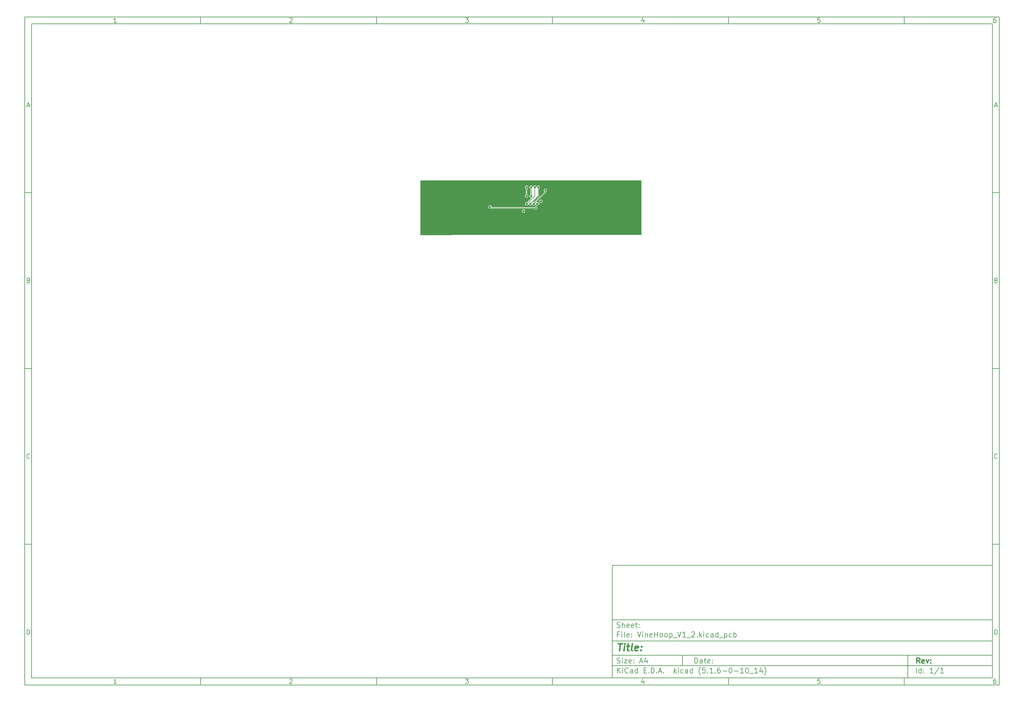
<source format=gbl>
G04 #@! TF.GenerationSoftware,KiCad,Pcbnew,(5.1.6-0-10_14)*
G04 #@! TF.CreationDate,2020-07-22T23:19:55-07:00*
G04 #@! TF.ProjectId,VineHoop_V1_2,56696e65-486f-46f7-905f-56315f322e6b,rev?*
G04 #@! TF.SameCoordinates,Original*
G04 #@! TF.FileFunction,Copper,L2,Bot*
G04 #@! TF.FilePolarity,Positive*
%FSLAX46Y46*%
G04 Gerber Fmt 4.6, Leading zero omitted, Abs format (unit mm)*
G04 Created by KiCad (PCBNEW (5.1.6-0-10_14)) date 2020-07-22 23:19:55*
%MOMM*%
%LPD*%
G01*
G04 APERTURE LIST*
%ADD10C,0.100000*%
%ADD11C,0.150000*%
%ADD12C,0.300000*%
%ADD13C,0.400000*%
G04 #@! TA.AperFunction,ViaPad*
%ADD14C,0.660400*%
G04 #@! TD*
G04 #@! TA.AperFunction,Conductor*
%ADD15C,0.152400*%
G04 #@! TD*
G04 #@! TA.AperFunction,Conductor*
%ADD16C,0.127000*%
G04 #@! TD*
G04 APERTURE END LIST*
D10*
D11*
X177002200Y-166007200D02*
X177002200Y-198007200D01*
X285002200Y-198007200D01*
X285002200Y-166007200D01*
X177002200Y-166007200D01*
D10*
D11*
X10000000Y-10000000D02*
X10000000Y-200007200D01*
X287002200Y-200007200D01*
X287002200Y-10000000D01*
X10000000Y-10000000D01*
D10*
D11*
X12000000Y-12000000D02*
X12000000Y-198007200D01*
X285002200Y-198007200D01*
X285002200Y-12000000D01*
X12000000Y-12000000D01*
D10*
D11*
X60000000Y-12000000D02*
X60000000Y-10000000D01*
D10*
D11*
X110000000Y-12000000D02*
X110000000Y-10000000D01*
D10*
D11*
X160000000Y-12000000D02*
X160000000Y-10000000D01*
D10*
D11*
X210000000Y-12000000D02*
X210000000Y-10000000D01*
D10*
D11*
X260000000Y-12000000D02*
X260000000Y-10000000D01*
D10*
D11*
X36065476Y-11588095D02*
X35322619Y-11588095D01*
X35694047Y-11588095D02*
X35694047Y-10288095D01*
X35570238Y-10473809D01*
X35446428Y-10597619D01*
X35322619Y-10659523D01*
D10*
D11*
X85322619Y-10411904D02*
X85384523Y-10350000D01*
X85508333Y-10288095D01*
X85817857Y-10288095D01*
X85941666Y-10350000D01*
X86003571Y-10411904D01*
X86065476Y-10535714D01*
X86065476Y-10659523D01*
X86003571Y-10845238D01*
X85260714Y-11588095D01*
X86065476Y-11588095D01*
D10*
D11*
X135260714Y-10288095D02*
X136065476Y-10288095D01*
X135632142Y-10783333D01*
X135817857Y-10783333D01*
X135941666Y-10845238D01*
X136003571Y-10907142D01*
X136065476Y-11030952D01*
X136065476Y-11340476D01*
X136003571Y-11464285D01*
X135941666Y-11526190D01*
X135817857Y-11588095D01*
X135446428Y-11588095D01*
X135322619Y-11526190D01*
X135260714Y-11464285D01*
D10*
D11*
X185941666Y-10721428D02*
X185941666Y-11588095D01*
X185632142Y-10226190D02*
X185322619Y-11154761D01*
X186127380Y-11154761D01*
D10*
D11*
X236003571Y-10288095D02*
X235384523Y-10288095D01*
X235322619Y-10907142D01*
X235384523Y-10845238D01*
X235508333Y-10783333D01*
X235817857Y-10783333D01*
X235941666Y-10845238D01*
X236003571Y-10907142D01*
X236065476Y-11030952D01*
X236065476Y-11340476D01*
X236003571Y-11464285D01*
X235941666Y-11526190D01*
X235817857Y-11588095D01*
X235508333Y-11588095D01*
X235384523Y-11526190D01*
X235322619Y-11464285D01*
D10*
D11*
X285941666Y-10288095D02*
X285694047Y-10288095D01*
X285570238Y-10350000D01*
X285508333Y-10411904D01*
X285384523Y-10597619D01*
X285322619Y-10845238D01*
X285322619Y-11340476D01*
X285384523Y-11464285D01*
X285446428Y-11526190D01*
X285570238Y-11588095D01*
X285817857Y-11588095D01*
X285941666Y-11526190D01*
X286003571Y-11464285D01*
X286065476Y-11340476D01*
X286065476Y-11030952D01*
X286003571Y-10907142D01*
X285941666Y-10845238D01*
X285817857Y-10783333D01*
X285570238Y-10783333D01*
X285446428Y-10845238D01*
X285384523Y-10907142D01*
X285322619Y-11030952D01*
D10*
D11*
X60000000Y-198007200D02*
X60000000Y-200007200D01*
D10*
D11*
X110000000Y-198007200D02*
X110000000Y-200007200D01*
D10*
D11*
X160000000Y-198007200D02*
X160000000Y-200007200D01*
D10*
D11*
X210000000Y-198007200D02*
X210000000Y-200007200D01*
D10*
D11*
X260000000Y-198007200D02*
X260000000Y-200007200D01*
D10*
D11*
X36065476Y-199595295D02*
X35322619Y-199595295D01*
X35694047Y-199595295D02*
X35694047Y-198295295D01*
X35570238Y-198481009D01*
X35446428Y-198604819D01*
X35322619Y-198666723D01*
D10*
D11*
X85322619Y-198419104D02*
X85384523Y-198357200D01*
X85508333Y-198295295D01*
X85817857Y-198295295D01*
X85941666Y-198357200D01*
X86003571Y-198419104D01*
X86065476Y-198542914D01*
X86065476Y-198666723D01*
X86003571Y-198852438D01*
X85260714Y-199595295D01*
X86065476Y-199595295D01*
D10*
D11*
X135260714Y-198295295D02*
X136065476Y-198295295D01*
X135632142Y-198790533D01*
X135817857Y-198790533D01*
X135941666Y-198852438D01*
X136003571Y-198914342D01*
X136065476Y-199038152D01*
X136065476Y-199347676D01*
X136003571Y-199471485D01*
X135941666Y-199533390D01*
X135817857Y-199595295D01*
X135446428Y-199595295D01*
X135322619Y-199533390D01*
X135260714Y-199471485D01*
D10*
D11*
X185941666Y-198728628D02*
X185941666Y-199595295D01*
X185632142Y-198233390D02*
X185322619Y-199161961D01*
X186127380Y-199161961D01*
D10*
D11*
X236003571Y-198295295D02*
X235384523Y-198295295D01*
X235322619Y-198914342D01*
X235384523Y-198852438D01*
X235508333Y-198790533D01*
X235817857Y-198790533D01*
X235941666Y-198852438D01*
X236003571Y-198914342D01*
X236065476Y-199038152D01*
X236065476Y-199347676D01*
X236003571Y-199471485D01*
X235941666Y-199533390D01*
X235817857Y-199595295D01*
X235508333Y-199595295D01*
X235384523Y-199533390D01*
X235322619Y-199471485D01*
D10*
D11*
X285941666Y-198295295D02*
X285694047Y-198295295D01*
X285570238Y-198357200D01*
X285508333Y-198419104D01*
X285384523Y-198604819D01*
X285322619Y-198852438D01*
X285322619Y-199347676D01*
X285384523Y-199471485D01*
X285446428Y-199533390D01*
X285570238Y-199595295D01*
X285817857Y-199595295D01*
X285941666Y-199533390D01*
X286003571Y-199471485D01*
X286065476Y-199347676D01*
X286065476Y-199038152D01*
X286003571Y-198914342D01*
X285941666Y-198852438D01*
X285817857Y-198790533D01*
X285570238Y-198790533D01*
X285446428Y-198852438D01*
X285384523Y-198914342D01*
X285322619Y-199038152D01*
D10*
D11*
X10000000Y-60000000D02*
X12000000Y-60000000D01*
D10*
D11*
X10000000Y-110000000D02*
X12000000Y-110000000D01*
D10*
D11*
X10000000Y-160000000D02*
X12000000Y-160000000D01*
D10*
D11*
X10690476Y-35216666D02*
X11309523Y-35216666D01*
X10566666Y-35588095D02*
X11000000Y-34288095D01*
X11433333Y-35588095D01*
D10*
D11*
X11092857Y-84907142D02*
X11278571Y-84969047D01*
X11340476Y-85030952D01*
X11402380Y-85154761D01*
X11402380Y-85340476D01*
X11340476Y-85464285D01*
X11278571Y-85526190D01*
X11154761Y-85588095D01*
X10659523Y-85588095D01*
X10659523Y-84288095D01*
X11092857Y-84288095D01*
X11216666Y-84350000D01*
X11278571Y-84411904D01*
X11340476Y-84535714D01*
X11340476Y-84659523D01*
X11278571Y-84783333D01*
X11216666Y-84845238D01*
X11092857Y-84907142D01*
X10659523Y-84907142D01*
D10*
D11*
X11402380Y-135464285D02*
X11340476Y-135526190D01*
X11154761Y-135588095D01*
X11030952Y-135588095D01*
X10845238Y-135526190D01*
X10721428Y-135402380D01*
X10659523Y-135278571D01*
X10597619Y-135030952D01*
X10597619Y-134845238D01*
X10659523Y-134597619D01*
X10721428Y-134473809D01*
X10845238Y-134350000D01*
X11030952Y-134288095D01*
X11154761Y-134288095D01*
X11340476Y-134350000D01*
X11402380Y-134411904D01*
D10*
D11*
X10659523Y-185588095D02*
X10659523Y-184288095D01*
X10969047Y-184288095D01*
X11154761Y-184350000D01*
X11278571Y-184473809D01*
X11340476Y-184597619D01*
X11402380Y-184845238D01*
X11402380Y-185030952D01*
X11340476Y-185278571D01*
X11278571Y-185402380D01*
X11154761Y-185526190D01*
X10969047Y-185588095D01*
X10659523Y-185588095D01*
D10*
D11*
X287002200Y-60000000D02*
X285002200Y-60000000D01*
D10*
D11*
X287002200Y-110000000D02*
X285002200Y-110000000D01*
D10*
D11*
X287002200Y-160000000D02*
X285002200Y-160000000D01*
D10*
D11*
X285692676Y-35216666D02*
X286311723Y-35216666D01*
X285568866Y-35588095D02*
X286002200Y-34288095D01*
X286435533Y-35588095D01*
D10*
D11*
X286095057Y-84907142D02*
X286280771Y-84969047D01*
X286342676Y-85030952D01*
X286404580Y-85154761D01*
X286404580Y-85340476D01*
X286342676Y-85464285D01*
X286280771Y-85526190D01*
X286156961Y-85588095D01*
X285661723Y-85588095D01*
X285661723Y-84288095D01*
X286095057Y-84288095D01*
X286218866Y-84350000D01*
X286280771Y-84411904D01*
X286342676Y-84535714D01*
X286342676Y-84659523D01*
X286280771Y-84783333D01*
X286218866Y-84845238D01*
X286095057Y-84907142D01*
X285661723Y-84907142D01*
D10*
D11*
X286404580Y-135464285D02*
X286342676Y-135526190D01*
X286156961Y-135588095D01*
X286033152Y-135588095D01*
X285847438Y-135526190D01*
X285723628Y-135402380D01*
X285661723Y-135278571D01*
X285599819Y-135030952D01*
X285599819Y-134845238D01*
X285661723Y-134597619D01*
X285723628Y-134473809D01*
X285847438Y-134350000D01*
X286033152Y-134288095D01*
X286156961Y-134288095D01*
X286342676Y-134350000D01*
X286404580Y-134411904D01*
D10*
D11*
X285661723Y-185588095D02*
X285661723Y-184288095D01*
X285971247Y-184288095D01*
X286156961Y-184350000D01*
X286280771Y-184473809D01*
X286342676Y-184597619D01*
X286404580Y-184845238D01*
X286404580Y-185030952D01*
X286342676Y-185278571D01*
X286280771Y-185402380D01*
X286156961Y-185526190D01*
X285971247Y-185588095D01*
X285661723Y-185588095D01*
D10*
D11*
X200434342Y-193785771D02*
X200434342Y-192285771D01*
X200791485Y-192285771D01*
X201005771Y-192357200D01*
X201148628Y-192500057D01*
X201220057Y-192642914D01*
X201291485Y-192928628D01*
X201291485Y-193142914D01*
X201220057Y-193428628D01*
X201148628Y-193571485D01*
X201005771Y-193714342D01*
X200791485Y-193785771D01*
X200434342Y-193785771D01*
X202577200Y-193785771D02*
X202577200Y-193000057D01*
X202505771Y-192857200D01*
X202362914Y-192785771D01*
X202077200Y-192785771D01*
X201934342Y-192857200D01*
X202577200Y-193714342D02*
X202434342Y-193785771D01*
X202077200Y-193785771D01*
X201934342Y-193714342D01*
X201862914Y-193571485D01*
X201862914Y-193428628D01*
X201934342Y-193285771D01*
X202077200Y-193214342D01*
X202434342Y-193214342D01*
X202577200Y-193142914D01*
X203077200Y-192785771D02*
X203648628Y-192785771D01*
X203291485Y-192285771D02*
X203291485Y-193571485D01*
X203362914Y-193714342D01*
X203505771Y-193785771D01*
X203648628Y-193785771D01*
X204720057Y-193714342D02*
X204577200Y-193785771D01*
X204291485Y-193785771D01*
X204148628Y-193714342D01*
X204077200Y-193571485D01*
X204077200Y-193000057D01*
X204148628Y-192857200D01*
X204291485Y-192785771D01*
X204577200Y-192785771D01*
X204720057Y-192857200D01*
X204791485Y-193000057D01*
X204791485Y-193142914D01*
X204077200Y-193285771D01*
X205434342Y-193642914D02*
X205505771Y-193714342D01*
X205434342Y-193785771D01*
X205362914Y-193714342D01*
X205434342Y-193642914D01*
X205434342Y-193785771D01*
X205434342Y-192857200D02*
X205505771Y-192928628D01*
X205434342Y-193000057D01*
X205362914Y-192928628D01*
X205434342Y-192857200D01*
X205434342Y-193000057D01*
D10*
D11*
X177002200Y-194507200D02*
X285002200Y-194507200D01*
D10*
D11*
X178434342Y-196585771D02*
X178434342Y-195085771D01*
X179291485Y-196585771D02*
X178648628Y-195728628D01*
X179291485Y-195085771D02*
X178434342Y-195942914D01*
X179934342Y-196585771D02*
X179934342Y-195585771D01*
X179934342Y-195085771D02*
X179862914Y-195157200D01*
X179934342Y-195228628D01*
X180005771Y-195157200D01*
X179934342Y-195085771D01*
X179934342Y-195228628D01*
X181505771Y-196442914D02*
X181434342Y-196514342D01*
X181220057Y-196585771D01*
X181077200Y-196585771D01*
X180862914Y-196514342D01*
X180720057Y-196371485D01*
X180648628Y-196228628D01*
X180577200Y-195942914D01*
X180577200Y-195728628D01*
X180648628Y-195442914D01*
X180720057Y-195300057D01*
X180862914Y-195157200D01*
X181077200Y-195085771D01*
X181220057Y-195085771D01*
X181434342Y-195157200D01*
X181505771Y-195228628D01*
X182791485Y-196585771D02*
X182791485Y-195800057D01*
X182720057Y-195657200D01*
X182577200Y-195585771D01*
X182291485Y-195585771D01*
X182148628Y-195657200D01*
X182791485Y-196514342D02*
X182648628Y-196585771D01*
X182291485Y-196585771D01*
X182148628Y-196514342D01*
X182077200Y-196371485D01*
X182077200Y-196228628D01*
X182148628Y-196085771D01*
X182291485Y-196014342D01*
X182648628Y-196014342D01*
X182791485Y-195942914D01*
X184148628Y-196585771D02*
X184148628Y-195085771D01*
X184148628Y-196514342D02*
X184005771Y-196585771D01*
X183720057Y-196585771D01*
X183577200Y-196514342D01*
X183505771Y-196442914D01*
X183434342Y-196300057D01*
X183434342Y-195871485D01*
X183505771Y-195728628D01*
X183577200Y-195657200D01*
X183720057Y-195585771D01*
X184005771Y-195585771D01*
X184148628Y-195657200D01*
X186005771Y-195800057D02*
X186505771Y-195800057D01*
X186720057Y-196585771D02*
X186005771Y-196585771D01*
X186005771Y-195085771D01*
X186720057Y-195085771D01*
X187362914Y-196442914D02*
X187434342Y-196514342D01*
X187362914Y-196585771D01*
X187291485Y-196514342D01*
X187362914Y-196442914D01*
X187362914Y-196585771D01*
X188077200Y-196585771D02*
X188077200Y-195085771D01*
X188434342Y-195085771D01*
X188648628Y-195157200D01*
X188791485Y-195300057D01*
X188862914Y-195442914D01*
X188934342Y-195728628D01*
X188934342Y-195942914D01*
X188862914Y-196228628D01*
X188791485Y-196371485D01*
X188648628Y-196514342D01*
X188434342Y-196585771D01*
X188077200Y-196585771D01*
X189577200Y-196442914D02*
X189648628Y-196514342D01*
X189577200Y-196585771D01*
X189505771Y-196514342D01*
X189577200Y-196442914D01*
X189577200Y-196585771D01*
X190220057Y-196157200D02*
X190934342Y-196157200D01*
X190077200Y-196585771D02*
X190577200Y-195085771D01*
X191077200Y-196585771D01*
X191577200Y-196442914D02*
X191648628Y-196514342D01*
X191577200Y-196585771D01*
X191505771Y-196514342D01*
X191577200Y-196442914D01*
X191577200Y-196585771D01*
X194577200Y-196585771D02*
X194577200Y-195085771D01*
X194720057Y-196014342D02*
X195148628Y-196585771D01*
X195148628Y-195585771D02*
X194577200Y-196157200D01*
X195791485Y-196585771D02*
X195791485Y-195585771D01*
X195791485Y-195085771D02*
X195720057Y-195157200D01*
X195791485Y-195228628D01*
X195862914Y-195157200D01*
X195791485Y-195085771D01*
X195791485Y-195228628D01*
X197148628Y-196514342D02*
X197005771Y-196585771D01*
X196720057Y-196585771D01*
X196577200Y-196514342D01*
X196505771Y-196442914D01*
X196434342Y-196300057D01*
X196434342Y-195871485D01*
X196505771Y-195728628D01*
X196577200Y-195657200D01*
X196720057Y-195585771D01*
X197005771Y-195585771D01*
X197148628Y-195657200D01*
X198434342Y-196585771D02*
X198434342Y-195800057D01*
X198362914Y-195657200D01*
X198220057Y-195585771D01*
X197934342Y-195585771D01*
X197791485Y-195657200D01*
X198434342Y-196514342D02*
X198291485Y-196585771D01*
X197934342Y-196585771D01*
X197791485Y-196514342D01*
X197720057Y-196371485D01*
X197720057Y-196228628D01*
X197791485Y-196085771D01*
X197934342Y-196014342D01*
X198291485Y-196014342D01*
X198434342Y-195942914D01*
X199791485Y-196585771D02*
X199791485Y-195085771D01*
X199791485Y-196514342D02*
X199648628Y-196585771D01*
X199362914Y-196585771D01*
X199220057Y-196514342D01*
X199148628Y-196442914D01*
X199077200Y-196300057D01*
X199077200Y-195871485D01*
X199148628Y-195728628D01*
X199220057Y-195657200D01*
X199362914Y-195585771D01*
X199648628Y-195585771D01*
X199791485Y-195657200D01*
X202077200Y-197157200D02*
X202005771Y-197085771D01*
X201862914Y-196871485D01*
X201791485Y-196728628D01*
X201720057Y-196514342D01*
X201648628Y-196157200D01*
X201648628Y-195871485D01*
X201720057Y-195514342D01*
X201791485Y-195300057D01*
X201862914Y-195157200D01*
X202005771Y-194942914D01*
X202077200Y-194871485D01*
X203362914Y-195085771D02*
X202648628Y-195085771D01*
X202577200Y-195800057D01*
X202648628Y-195728628D01*
X202791485Y-195657200D01*
X203148628Y-195657200D01*
X203291485Y-195728628D01*
X203362914Y-195800057D01*
X203434342Y-195942914D01*
X203434342Y-196300057D01*
X203362914Y-196442914D01*
X203291485Y-196514342D01*
X203148628Y-196585771D01*
X202791485Y-196585771D01*
X202648628Y-196514342D01*
X202577200Y-196442914D01*
X204077200Y-196442914D02*
X204148628Y-196514342D01*
X204077200Y-196585771D01*
X204005771Y-196514342D01*
X204077200Y-196442914D01*
X204077200Y-196585771D01*
X205577200Y-196585771D02*
X204720057Y-196585771D01*
X205148628Y-196585771D02*
X205148628Y-195085771D01*
X205005771Y-195300057D01*
X204862914Y-195442914D01*
X204720057Y-195514342D01*
X206220057Y-196442914D02*
X206291485Y-196514342D01*
X206220057Y-196585771D01*
X206148628Y-196514342D01*
X206220057Y-196442914D01*
X206220057Y-196585771D01*
X207577200Y-195085771D02*
X207291485Y-195085771D01*
X207148628Y-195157200D01*
X207077200Y-195228628D01*
X206934342Y-195442914D01*
X206862914Y-195728628D01*
X206862914Y-196300057D01*
X206934342Y-196442914D01*
X207005771Y-196514342D01*
X207148628Y-196585771D01*
X207434342Y-196585771D01*
X207577200Y-196514342D01*
X207648628Y-196442914D01*
X207720057Y-196300057D01*
X207720057Y-195942914D01*
X207648628Y-195800057D01*
X207577200Y-195728628D01*
X207434342Y-195657200D01*
X207148628Y-195657200D01*
X207005771Y-195728628D01*
X206934342Y-195800057D01*
X206862914Y-195942914D01*
X208362914Y-196014342D02*
X209505771Y-196014342D01*
X210505771Y-195085771D02*
X210648628Y-195085771D01*
X210791485Y-195157200D01*
X210862914Y-195228628D01*
X210934342Y-195371485D01*
X211005771Y-195657200D01*
X211005771Y-196014342D01*
X210934342Y-196300057D01*
X210862914Y-196442914D01*
X210791485Y-196514342D01*
X210648628Y-196585771D01*
X210505771Y-196585771D01*
X210362914Y-196514342D01*
X210291485Y-196442914D01*
X210220057Y-196300057D01*
X210148628Y-196014342D01*
X210148628Y-195657200D01*
X210220057Y-195371485D01*
X210291485Y-195228628D01*
X210362914Y-195157200D01*
X210505771Y-195085771D01*
X211648628Y-196014342D02*
X212791485Y-196014342D01*
X214291485Y-196585771D02*
X213434342Y-196585771D01*
X213862914Y-196585771D02*
X213862914Y-195085771D01*
X213720057Y-195300057D01*
X213577200Y-195442914D01*
X213434342Y-195514342D01*
X215220057Y-195085771D02*
X215362914Y-195085771D01*
X215505771Y-195157200D01*
X215577200Y-195228628D01*
X215648628Y-195371485D01*
X215720057Y-195657200D01*
X215720057Y-196014342D01*
X215648628Y-196300057D01*
X215577200Y-196442914D01*
X215505771Y-196514342D01*
X215362914Y-196585771D01*
X215220057Y-196585771D01*
X215077200Y-196514342D01*
X215005771Y-196442914D01*
X214934342Y-196300057D01*
X214862914Y-196014342D01*
X214862914Y-195657200D01*
X214934342Y-195371485D01*
X215005771Y-195228628D01*
X215077200Y-195157200D01*
X215220057Y-195085771D01*
X216005771Y-196728628D02*
X217148628Y-196728628D01*
X218291485Y-196585771D02*
X217434342Y-196585771D01*
X217862914Y-196585771D02*
X217862914Y-195085771D01*
X217720057Y-195300057D01*
X217577200Y-195442914D01*
X217434342Y-195514342D01*
X219577200Y-195585771D02*
X219577200Y-196585771D01*
X219220057Y-195014342D02*
X218862914Y-196085771D01*
X219791485Y-196085771D01*
X220220057Y-197157200D02*
X220291485Y-197085771D01*
X220434342Y-196871485D01*
X220505771Y-196728628D01*
X220577200Y-196514342D01*
X220648628Y-196157200D01*
X220648628Y-195871485D01*
X220577200Y-195514342D01*
X220505771Y-195300057D01*
X220434342Y-195157200D01*
X220291485Y-194942914D01*
X220220057Y-194871485D01*
D10*
D11*
X177002200Y-191507200D02*
X285002200Y-191507200D01*
D10*
D12*
X264411485Y-193785771D02*
X263911485Y-193071485D01*
X263554342Y-193785771D02*
X263554342Y-192285771D01*
X264125771Y-192285771D01*
X264268628Y-192357200D01*
X264340057Y-192428628D01*
X264411485Y-192571485D01*
X264411485Y-192785771D01*
X264340057Y-192928628D01*
X264268628Y-193000057D01*
X264125771Y-193071485D01*
X263554342Y-193071485D01*
X265625771Y-193714342D02*
X265482914Y-193785771D01*
X265197200Y-193785771D01*
X265054342Y-193714342D01*
X264982914Y-193571485D01*
X264982914Y-193000057D01*
X265054342Y-192857200D01*
X265197200Y-192785771D01*
X265482914Y-192785771D01*
X265625771Y-192857200D01*
X265697200Y-193000057D01*
X265697200Y-193142914D01*
X264982914Y-193285771D01*
X266197200Y-192785771D02*
X266554342Y-193785771D01*
X266911485Y-192785771D01*
X267482914Y-193642914D02*
X267554342Y-193714342D01*
X267482914Y-193785771D01*
X267411485Y-193714342D01*
X267482914Y-193642914D01*
X267482914Y-193785771D01*
X267482914Y-192857200D02*
X267554342Y-192928628D01*
X267482914Y-193000057D01*
X267411485Y-192928628D01*
X267482914Y-192857200D01*
X267482914Y-193000057D01*
D10*
D11*
X178362914Y-193714342D02*
X178577200Y-193785771D01*
X178934342Y-193785771D01*
X179077200Y-193714342D01*
X179148628Y-193642914D01*
X179220057Y-193500057D01*
X179220057Y-193357200D01*
X179148628Y-193214342D01*
X179077200Y-193142914D01*
X178934342Y-193071485D01*
X178648628Y-193000057D01*
X178505771Y-192928628D01*
X178434342Y-192857200D01*
X178362914Y-192714342D01*
X178362914Y-192571485D01*
X178434342Y-192428628D01*
X178505771Y-192357200D01*
X178648628Y-192285771D01*
X179005771Y-192285771D01*
X179220057Y-192357200D01*
X179862914Y-193785771D02*
X179862914Y-192785771D01*
X179862914Y-192285771D02*
X179791485Y-192357200D01*
X179862914Y-192428628D01*
X179934342Y-192357200D01*
X179862914Y-192285771D01*
X179862914Y-192428628D01*
X180434342Y-192785771D02*
X181220057Y-192785771D01*
X180434342Y-193785771D01*
X181220057Y-193785771D01*
X182362914Y-193714342D02*
X182220057Y-193785771D01*
X181934342Y-193785771D01*
X181791485Y-193714342D01*
X181720057Y-193571485D01*
X181720057Y-193000057D01*
X181791485Y-192857200D01*
X181934342Y-192785771D01*
X182220057Y-192785771D01*
X182362914Y-192857200D01*
X182434342Y-193000057D01*
X182434342Y-193142914D01*
X181720057Y-193285771D01*
X183077200Y-193642914D02*
X183148628Y-193714342D01*
X183077200Y-193785771D01*
X183005771Y-193714342D01*
X183077200Y-193642914D01*
X183077200Y-193785771D01*
X183077200Y-192857200D02*
X183148628Y-192928628D01*
X183077200Y-193000057D01*
X183005771Y-192928628D01*
X183077200Y-192857200D01*
X183077200Y-193000057D01*
X184862914Y-193357200D02*
X185577200Y-193357200D01*
X184720057Y-193785771D02*
X185220057Y-192285771D01*
X185720057Y-193785771D01*
X186862914Y-192785771D02*
X186862914Y-193785771D01*
X186505771Y-192214342D02*
X186148628Y-193285771D01*
X187077200Y-193285771D01*
D10*
D11*
X263434342Y-196585771D02*
X263434342Y-195085771D01*
X264791485Y-196585771D02*
X264791485Y-195085771D01*
X264791485Y-196514342D02*
X264648628Y-196585771D01*
X264362914Y-196585771D01*
X264220057Y-196514342D01*
X264148628Y-196442914D01*
X264077200Y-196300057D01*
X264077200Y-195871485D01*
X264148628Y-195728628D01*
X264220057Y-195657200D01*
X264362914Y-195585771D01*
X264648628Y-195585771D01*
X264791485Y-195657200D01*
X265505771Y-196442914D02*
X265577200Y-196514342D01*
X265505771Y-196585771D01*
X265434342Y-196514342D01*
X265505771Y-196442914D01*
X265505771Y-196585771D01*
X265505771Y-195657200D02*
X265577200Y-195728628D01*
X265505771Y-195800057D01*
X265434342Y-195728628D01*
X265505771Y-195657200D01*
X265505771Y-195800057D01*
X268148628Y-196585771D02*
X267291485Y-196585771D01*
X267720057Y-196585771D02*
X267720057Y-195085771D01*
X267577200Y-195300057D01*
X267434342Y-195442914D01*
X267291485Y-195514342D01*
X269862914Y-195014342D02*
X268577200Y-196942914D01*
X271148628Y-196585771D02*
X270291485Y-196585771D01*
X270720057Y-196585771D02*
X270720057Y-195085771D01*
X270577200Y-195300057D01*
X270434342Y-195442914D01*
X270291485Y-195514342D01*
D10*
D11*
X177002200Y-187507200D02*
X285002200Y-187507200D01*
D10*
D13*
X178714580Y-188211961D02*
X179857438Y-188211961D01*
X179036009Y-190211961D02*
X179286009Y-188211961D01*
X180274104Y-190211961D02*
X180440771Y-188878628D01*
X180524104Y-188211961D02*
X180416961Y-188307200D01*
X180500295Y-188402438D01*
X180607438Y-188307200D01*
X180524104Y-188211961D01*
X180500295Y-188402438D01*
X181107438Y-188878628D02*
X181869342Y-188878628D01*
X181476485Y-188211961D02*
X181262200Y-189926247D01*
X181333628Y-190116723D01*
X181512200Y-190211961D01*
X181702676Y-190211961D01*
X182655057Y-190211961D02*
X182476485Y-190116723D01*
X182405057Y-189926247D01*
X182619342Y-188211961D01*
X184190771Y-190116723D02*
X183988390Y-190211961D01*
X183607438Y-190211961D01*
X183428866Y-190116723D01*
X183357438Y-189926247D01*
X183452676Y-189164342D01*
X183571723Y-188973866D01*
X183774104Y-188878628D01*
X184155057Y-188878628D01*
X184333628Y-188973866D01*
X184405057Y-189164342D01*
X184381247Y-189354819D01*
X183405057Y-189545295D01*
X185155057Y-190021485D02*
X185238390Y-190116723D01*
X185131247Y-190211961D01*
X185047914Y-190116723D01*
X185155057Y-190021485D01*
X185131247Y-190211961D01*
X185286009Y-188973866D02*
X185369342Y-189069104D01*
X185262200Y-189164342D01*
X185178866Y-189069104D01*
X185286009Y-188973866D01*
X185262200Y-189164342D01*
D10*
D11*
X178934342Y-185600057D02*
X178434342Y-185600057D01*
X178434342Y-186385771D02*
X178434342Y-184885771D01*
X179148628Y-184885771D01*
X179720057Y-186385771D02*
X179720057Y-185385771D01*
X179720057Y-184885771D02*
X179648628Y-184957200D01*
X179720057Y-185028628D01*
X179791485Y-184957200D01*
X179720057Y-184885771D01*
X179720057Y-185028628D01*
X180648628Y-186385771D02*
X180505771Y-186314342D01*
X180434342Y-186171485D01*
X180434342Y-184885771D01*
X181791485Y-186314342D02*
X181648628Y-186385771D01*
X181362914Y-186385771D01*
X181220057Y-186314342D01*
X181148628Y-186171485D01*
X181148628Y-185600057D01*
X181220057Y-185457200D01*
X181362914Y-185385771D01*
X181648628Y-185385771D01*
X181791485Y-185457200D01*
X181862914Y-185600057D01*
X181862914Y-185742914D01*
X181148628Y-185885771D01*
X182505771Y-186242914D02*
X182577200Y-186314342D01*
X182505771Y-186385771D01*
X182434342Y-186314342D01*
X182505771Y-186242914D01*
X182505771Y-186385771D01*
X182505771Y-185457200D02*
X182577200Y-185528628D01*
X182505771Y-185600057D01*
X182434342Y-185528628D01*
X182505771Y-185457200D01*
X182505771Y-185600057D01*
X184148628Y-184885771D02*
X184648628Y-186385771D01*
X185148628Y-184885771D01*
X185648628Y-186385771D02*
X185648628Y-185385771D01*
X185648628Y-184885771D02*
X185577200Y-184957200D01*
X185648628Y-185028628D01*
X185720057Y-184957200D01*
X185648628Y-184885771D01*
X185648628Y-185028628D01*
X186362914Y-185385771D02*
X186362914Y-186385771D01*
X186362914Y-185528628D02*
X186434342Y-185457200D01*
X186577200Y-185385771D01*
X186791485Y-185385771D01*
X186934342Y-185457200D01*
X187005771Y-185600057D01*
X187005771Y-186385771D01*
X188291485Y-186314342D02*
X188148628Y-186385771D01*
X187862914Y-186385771D01*
X187720057Y-186314342D01*
X187648628Y-186171485D01*
X187648628Y-185600057D01*
X187720057Y-185457200D01*
X187862914Y-185385771D01*
X188148628Y-185385771D01*
X188291485Y-185457200D01*
X188362914Y-185600057D01*
X188362914Y-185742914D01*
X187648628Y-185885771D01*
X189005771Y-186385771D02*
X189005771Y-184885771D01*
X189005771Y-185600057D02*
X189862914Y-185600057D01*
X189862914Y-186385771D02*
X189862914Y-184885771D01*
X190791485Y-186385771D02*
X190648628Y-186314342D01*
X190577200Y-186242914D01*
X190505771Y-186100057D01*
X190505771Y-185671485D01*
X190577200Y-185528628D01*
X190648628Y-185457200D01*
X190791485Y-185385771D01*
X191005771Y-185385771D01*
X191148628Y-185457200D01*
X191220057Y-185528628D01*
X191291485Y-185671485D01*
X191291485Y-186100057D01*
X191220057Y-186242914D01*
X191148628Y-186314342D01*
X191005771Y-186385771D01*
X190791485Y-186385771D01*
X192148628Y-186385771D02*
X192005771Y-186314342D01*
X191934342Y-186242914D01*
X191862914Y-186100057D01*
X191862914Y-185671485D01*
X191934342Y-185528628D01*
X192005771Y-185457200D01*
X192148628Y-185385771D01*
X192362914Y-185385771D01*
X192505771Y-185457200D01*
X192577200Y-185528628D01*
X192648628Y-185671485D01*
X192648628Y-186100057D01*
X192577200Y-186242914D01*
X192505771Y-186314342D01*
X192362914Y-186385771D01*
X192148628Y-186385771D01*
X193291485Y-185385771D02*
X193291485Y-186885771D01*
X193291485Y-185457200D02*
X193434342Y-185385771D01*
X193720057Y-185385771D01*
X193862914Y-185457200D01*
X193934342Y-185528628D01*
X194005771Y-185671485D01*
X194005771Y-186100057D01*
X193934342Y-186242914D01*
X193862914Y-186314342D01*
X193720057Y-186385771D01*
X193434342Y-186385771D01*
X193291485Y-186314342D01*
X194291485Y-186528628D02*
X195434342Y-186528628D01*
X195577200Y-184885771D02*
X196077200Y-186385771D01*
X196577200Y-184885771D01*
X197862914Y-186385771D02*
X197005771Y-186385771D01*
X197434342Y-186385771D02*
X197434342Y-184885771D01*
X197291485Y-185100057D01*
X197148628Y-185242914D01*
X197005771Y-185314342D01*
X198148628Y-186528628D02*
X199291485Y-186528628D01*
X199577200Y-185028628D02*
X199648628Y-184957200D01*
X199791485Y-184885771D01*
X200148628Y-184885771D01*
X200291485Y-184957200D01*
X200362914Y-185028628D01*
X200434342Y-185171485D01*
X200434342Y-185314342D01*
X200362914Y-185528628D01*
X199505771Y-186385771D01*
X200434342Y-186385771D01*
X201077200Y-186242914D02*
X201148628Y-186314342D01*
X201077200Y-186385771D01*
X201005771Y-186314342D01*
X201077200Y-186242914D01*
X201077200Y-186385771D01*
X201791485Y-186385771D02*
X201791485Y-184885771D01*
X201934342Y-185814342D02*
X202362914Y-186385771D01*
X202362914Y-185385771D02*
X201791485Y-185957200D01*
X203005771Y-186385771D02*
X203005771Y-185385771D01*
X203005771Y-184885771D02*
X202934342Y-184957200D01*
X203005771Y-185028628D01*
X203077200Y-184957200D01*
X203005771Y-184885771D01*
X203005771Y-185028628D01*
X204362914Y-186314342D02*
X204220057Y-186385771D01*
X203934342Y-186385771D01*
X203791485Y-186314342D01*
X203720057Y-186242914D01*
X203648628Y-186100057D01*
X203648628Y-185671485D01*
X203720057Y-185528628D01*
X203791485Y-185457200D01*
X203934342Y-185385771D01*
X204220057Y-185385771D01*
X204362914Y-185457200D01*
X205648628Y-186385771D02*
X205648628Y-185600057D01*
X205577200Y-185457200D01*
X205434342Y-185385771D01*
X205148628Y-185385771D01*
X205005771Y-185457200D01*
X205648628Y-186314342D02*
X205505771Y-186385771D01*
X205148628Y-186385771D01*
X205005771Y-186314342D01*
X204934342Y-186171485D01*
X204934342Y-186028628D01*
X205005771Y-185885771D01*
X205148628Y-185814342D01*
X205505771Y-185814342D01*
X205648628Y-185742914D01*
X207005771Y-186385771D02*
X207005771Y-184885771D01*
X207005771Y-186314342D02*
X206862914Y-186385771D01*
X206577200Y-186385771D01*
X206434342Y-186314342D01*
X206362914Y-186242914D01*
X206291485Y-186100057D01*
X206291485Y-185671485D01*
X206362914Y-185528628D01*
X206434342Y-185457200D01*
X206577200Y-185385771D01*
X206862914Y-185385771D01*
X207005771Y-185457200D01*
X207362914Y-186528628D02*
X208505771Y-186528628D01*
X208862914Y-185385771D02*
X208862914Y-186885771D01*
X208862914Y-185457200D02*
X209005771Y-185385771D01*
X209291485Y-185385771D01*
X209434342Y-185457200D01*
X209505771Y-185528628D01*
X209577200Y-185671485D01*
X209577200Y-186100057D01*
X209505771Y-186242914D01*
X209434342Y-186314342D01*
X209291485Y-186385771D01*
X209005771Y-186385771D01*
X208862914Y-186314342D01*
X210862914Y-186314342D02*
X210720057Y-186385771D01*
X210434342Y-186385771D01*
X210291485Y-186314342D01*
X210220057Y-186242914D01*
X210148628Y-186100057D01*
X210148628Y-185671485D01*
X210220057Y-185528628D01*
X210291485Y-185457200D01*
X210434342Y-185385771D01*
X210720057Y-185385771D01*
X210862914Y-185457200D01*
X211505771Y-186385771D02*
X211505771Y-184885771D01*
X211505771Y-185457200D02*
X211648628Y-185385771D01*
X211934342Y-185385771D01*
X212077200Y-185457200D01*
X212148628Y-185528628D01*
X212220057Y-185671485D01*
X212220057Y-186100057D01*
X212148628Y-186242914D01*
X212077200Y-186314342D01*
X211934342Y-186385771D01*
X211648628Y-186385771D01*
X211505771Y-186314342D01*
D10*
D11*
X177002200Y-181507200D02*
X285002200Y-181507200D01*
D10*
D11*
X178362914Y-183614342D02*
X178577200Y-183685771D01*
X178934342Y-183685771D01*
X179077200Y-183614342D01*
X179148628Y-183542914D01*
X179220057Y-183400057D01*
X179220057Y-183257200D01*
X179148628Y-183114342D01*
X179077200Y-183042914D01*
X178934342Y-182971485D01*
X178648628Y-182900057D01*
X178505771Y-182828628D01*
X178434342Y-182757200D01*
X178362914Y-182614342D01*
X178362914Y-182471485D01*
X178434342Y-182328628D01*
X178505771Y-182257200D01*
X178648628Y-182185771D01*
X179005771Y-182185771D01*
X179220057Y-182257200D01*
X179862914Y-183685771D02*
X179862914Y-182185771D01*
X180505771Y-183685771D02*
X180505771Y-182900057D01*
X180434342Y-182757200D01*
X180291485Y-182685771D01*
X180077200Y-182685771D01*
X179934342Y-182757200D01*
X179862914Y-182828628D01*
X181791485Y-183614342D02*
X181648628Y-183685771D01*
X181362914Y-183685771D01*
X181220057Y-183614342D01*
X181148628Y-183471485D01*
X181148628Y-182900057D01*
X181220057Y-182757200D01*
X181362914Y-182685771D01*
X181648628Y-182685771D01*
X181791485Y-182757200D01*
X181862914Y-182900057D01*
X181862914Y-183042914D01*
X181148628Y-183185771D01*
X183077200Y-183614342D02*
X182934342Y-183685771D01*
X182648628Y-183685771D01*
X182505771Y-183614342D01*
X182434342Y-183471485D01*
X182434342Y-182900057D01*
X182505771Y-182757200D01*
X182648628Y-182685771D01*
X182934342Y-182685771D01*
X183077200Y-182757200D01*
X183148628Y-182900057D01*
X183148628Y-183042914D01*
X182434342Y-183185771D01*
X183577200Y-182685771D02*
X184148628Y-182685771D01*
X183791485Y-182185771D02*
X183791485Y-183471485D01*
X183862914Y-183614342D01*
X184005771Y-183685771D01*
X184148628Y-183685771D01*
X184648628Y-183542914D02*
X184720057Y-183614342D01*
X184648628Y-183685771D01*
X184577200Y-183614342D01*
X184648628Y-183542914D01*
X184648628Y-183685771D01*
X184648628Y-182757200D02*
X184720057Y-182828628D01*
X184648628Y-182900057D01*
X184577200Y-182828628D01*
X184648628Y-182757200D01*
X184648628Y-182900057D01*
D10*
D11*
X197002200Y-191507200D02*
X197002200Y-194507200D01*
D10*
D11*
X261002200Y-191507200D02*
X261002200Y-198007200D01*
D14*
X147955000Y-63627000D03*
X150495000Y-63627000D03*
X147955000Y-61595000D03*
X130746500Y-70866000D03*
X164909500Y-69723000D03*
X179514500Y-62992000D03*
X183388000Y-67056000D03*
X139001500Y-62992000D03*
X135763000Y-59690000D03*
X142684500Y-65786000D03*
X144335500Y-68707000D03*
X138620500Y-66421000D03*
X141160500Y-67373500D03*
X147256500Y-67945000D03*
X152908000Y-67183000D03*
X150495000Y-61595000D03*
X148526500Y-58928000D03*
X161036000Y-63055500D03*
X165989000Y-60960000D03*
X165862000Y-66929000D03*
X167640000Y-69278500D03*
X164909500Y-67881500D03*
X158813500Y-69151500D03*
X163576000Y-64833500D03*
X163576000Y-62801500D03*
X159258000Y-59880500D03*
X151638000Y-59690000D03*
X156806899Y-59918601D03*
X151574500Y-66738500D03*
X151765000Y-65278000D03*
X142229705Y-64039801D03*
X155277216Y-64345216D03*
X153924000Y-58420000D03*
X153924000Y-60960000D03*
X152654000Y-60960000D03*
X152654000Y-58420000D03*
X157988000Y-59309000D03*
X154686000Y-63169800D03*
X156734399Y-62435248D03*
X155662368Y-63169800D03*
X153670000Y-63169800D03*
X155956000Y-58420000D03*
X152654000Y-63169800D03*
X154940000Y-58420000D03*
D15*
X155252432Y-64370000D02*
X155277216Y-64345216D01*
X142559904Y-64370000D02*
X155252432Y-64370000D01*
X142229705Y-64039801D02*
X142559904Y-64370000D01*
X153924000Y-60960000D02*
X153924000Y-58420000D01*
X152654000Y-60960000D02*
X152654000Y-58420000D01*
X157988000Y-59867800D02*
X157988000Y-59436000D01*
X154686000Y-63169800D02*
X157988000Y-59867800D01*
X155662368Y-63169800D02*
X155999847Y-63169800D01*
X155999847Y-63169800D02*
X156734399Y-62435248D01*
X155956000Y-60883800D02*
X155956000Y-58420000D01*
X153670000Y-63169800D02*
X155956000Y-60883800D01*
X154940000Y-60883800D02*
X154940000Y-58420000D01*
X152654000Y-63169800D02*
X154940000Y-60883800D01*
D16*
G36*
X185204501Y-71920500D02*
G01*
X140218191Y-71920500D01*
X140217812Y-71920464D01*
X140207696Y-71920500D01*
X140197421Y-71920500D01*
X140197036Y-71920538D01*
X122580000Y-71983233D01*
X122580000Y-65224214D01*
X151218900Y-65224214D01*
X151218900Y-65331786D01*
X151239887Y-65437291D01*
X151281053Y-65536675D01*
X151340817Y-65626118D01*
X151416882Y-65702183D01*
X151506325Y-65761947D01*
X151605709Y-65803113D01*
X151711214Y-65824100D01*
X151818786Y-65824100D01*
X151924291Y-65803113D01*
X152023675Y-65761947D01*
X152113118Y-65702183D01*
X152189183Y-65626118D01*
X152248947Y-65536675D01*
X152290113Y-65437291D01*
X152311100Y-65331786D01*
X152311100Y-65224214D01*
X152290113Y-65118709D01*
X152248947Y-65019325D01*
X152189183Y-64929882D01*
X152113118Y-64853817D01*
X152023675Y-64794053D01*
X151924291Y-64752887D01*
X151818786Y-64731900D01*
X151711214Y-64731900D01*
X151605709Y-64752887D01*
X151506325Y-64794053D01*
X151416882Y-64853817D01*
X151340817Y-64929882D01*
X151281053Y-65019325D01*
X151239887Y-65118709D01*
X151218900Y-65224214D01*
X122580000Y-65224214D01*
X122580000Y-63986015D01*
X141683605Y-63986015D01*
X141683605Y-64093587D01*
X141704592Y-64199092D01*
X141745758Y-64298476D01*
X141805522Y-64387919D01*
X141881587Y-64463984D01*
X141971030Y-64523748D01*
X142070414Y-64564914D01*
X142175919Y-64585901D01*
X142283491Y-64585901D01*
X142348589Y-64572952D01*
X142352359Y-64577545D01*
X142363501Y-64586689D01*
X142363502Y-64586690D01*
X142396837Y-64614047D01*
X142447581Y-64641171D01*
X142502642Y-64657873D01*
X142559904Y-64663513D01*
X142574250Y-64662100D01*
X154832163Y-64662100D01*
X154853033Y-64693334D01*
X154929098Y-64769399D01*
X155018541Y-64829163D01*
X155117925Y-64870329D01*
X155223430Y-64891316D01*
X155331002Y-64891316D01*
X155436507Y-64870329D01*
X155535891Y-64829163D01*
X155625334Y-64769399D01*
X155701399Y-64693334D01*
X155761163Y-64603891D01*
X155802329Y-64504507D01*
X155823316Y-64399002D01*
X155823316Y-64291430D01*
X155802329Y-64185925D01*
X155761163Y-64086541D01*
X155701399Y-63997098D01*
X155625334Y-63921033D01*
X155535891Y-63861269D01*
X155436507Y-63820103D01*
X155331002Y-63799116D01*
X155223430Y-63799116D01*
X155117925Y-63820103D01*
X155018541Y-63861269D01*
X154929098Y-63921033D01*
X154853033Y-63997098D01*
X154799043Y-64077900D01*
X142775805Y-64077900D01*
X142775805Y-63986015D01*
X142754818Y-63880510D01*
X142713652Y-63781126D01*
X142653888Y-63691683D01*
X142577823Y-63615618D01*
X142488380Y-63555854D01*
X142388996Y-63514688D01*
X142283491Y-63493701D01*
X142175919Y-63493701D01*
X142070414Y-63514688D01*
X141971030Y-63555854D01*
X141881587Y-63615618D01*
X141805522Y-63691683D01*
X141745758Y-63781126D01*
X141704592Y-63880510D01*
X141683605Y-63986015D01*
X122580000Y-63986015D01*
X122580000Y-63116014D01*
X152107900Y-63116014D01*
X152107900Y-63223586D01*
X152128887Y-63329091D01*
X152170053Y-63428475D01*
X152229817Y-63517918D01*
X152305882Y-63593983D01*
X152395325Y-63653747D01*
X152494709Y-63694913D01*
X152600214Y-63715900D01*
X152707786Y-63715900D01*
X152813291Y-63694913D01*
X152912675Y-63653747D01*
X153002118Y-63593983D01*
X153078183Y-63517918D01*
X153137947Y-63428475D01*
X153162000Y-63370406D01*
X153186053Y-63428475D01*
X153245817Y-63517918D01*
X153321882Y-63593983D01*
X153411325Y-63653747D01*
X153510709Y-63694913D01*
X153616214Y-63715900D01*
X153723786Y-63715900D01*
X153829291Y-63694913D01*
X153928675Y-63653747D01*
X154018118Y-63593983D01*
X154094183Y-63517918D01*
X154153947Y-63428475D01*
X154178000Y-63370406D01*
X154202053Y-63428475D01*
X154261817Y-63517918D01*
X154337882Y-63593983D01*
X154427325Y-63653747D01*
X154526709Y-63694913D01*
X154632214Y-63715900D01*
X154739786Y-63715900D01*
X154845291Y-63694913D01*
X154944675Y-63653747D01*
X155034118Y-63593983D01*
X155110183Y-63517918D01*
X155169947Y-63428475D01*
X155174184Y-63418246D01*
X155178421Y-63428475D01*
X155238185Y-63517918D01*
X155314250Y-63593983D01*
X155403693Y-63653747D01*
X155503077Y-63694913D01*
X155608582Y-63715900D01*
X155716154Y-63715900D01*
X155821659Y-63694913D01*
X155921043Y-63653747D01*
X156010486Y-63593983D01*
X156086551Y-63517918D01*
X156146315Y-63428475D01*
X156149377Y-63421083D01*
X156162914Y-63413847D01*
X156207392Y-63377345D01*
X156216540Y-63366198D01*
X156614535Y-62968204D01*
X156680613Y-62981348D01*
X156788185Y-62981348D01*
X156893690Y-62960361D01*
X156993074Y-62919195D01*
X157082517Y-62859431D01*
X157158582Y-62783366D01*
X157218346Y-62693923D01*
X157259512Y-62594539D01*
X157280499Y-62489034D01*
X157280499Y-62381462D01*
X157259512Y-62275957D01*
X157218346Y-62176573D01*
X157158582Y-62087130D01*
X157082517Y-62011065D01*
X156993074Y-61951301D01*
X156893690Y-61910135D01*
X156788185Y-61889148D01*
X156680613Y-61889148D01*
X156575108Y-61910135D01*
X156475724Y-61951301D01*
X156386281Y-62011065D01*
X156310216Y-62087130D01*
X156250452Y-62176573D01*
X156209286Y-62275957D01*
X156188299Y-62381462D01*
X156188299Y-62489034D01*
X156201443Y-62555112D01*
X156010712Y-62745843D01*
X156010486Y-62745617D01*
X155921043Y-62685853D01*
X155821659Y-62644687D01*
X155716154Y-62623700D01*
X155645191Y-62623700D01*
X158184399Y-60084492D01*
X158195545Y-60075345D01*
X158232047Y-60030867D01*
X158259171Y-59980123D01*
X158275873Y-59925062D01*
X158280100Y-59882146D01*
X158280100Y-59882137D01*
X158281512Y-59867801D01*
X158280100Y-59853465D01*
X158280100Y-59770613D01*
X158336118Y-59733183D01*
X158412183Y-59657118D01*
X158471947Y-59567675D01*
X158513113Y-59468291D01*
X158534100Y-59362786D01*
X158534100Y-59255214D01*
X158513113Y-59149709D01*
X158471947Y-59050325D01*
X158412183Y-58960882D01*
X158336118Y-58884817D01*
X158246675Y-58825053D01*
X158147291Y-58783887D01*
X158041786Y-58762900D01*
X157934214Y-58762900D01*
X157828709Y-58783887D01*
X157729325Y-58825053D01*
X157639882Y-58884817D01*
X157563817Y-58960882D01*
X157504053Y-59050325D01*
X157462887Y-59149709D01*
X157441900Y-59255214D01*
X157441900Y-59362786D01*
X157462887Y-59468291D01*
X157504053Y-59567675D01*
X157563817Y-59657118D01*
X157639882Y-59733183D01*
X157681630Y-59761079D01*
X154805865Y-62636844D01*
X154739786Y-62623700D01*
X154632214Y-62623700D01*
X154628440Y-62624451D01*
X156152399Y-61100492D01*
X156163545Y-61091345D01*
X156200047Y-61046867D01*
X156227171Y-60996123D01*
X156243873Y-60941062D01*
X156248100Y-60898146D01*
X156248100Y-60898137D01*
X156249512Y-60883801D01*
X156248100Y-60869465D01*
X156248100Y-58881613D01*
X156304118Y-58844183D01*
X156380183Y-58768118D01*
X156439947Y-58678675D01*
X156481113Y-58579291D01*
X156502100Y-58473786D01*
X156502100Y-58366214D01*
X156481113Y-58260709D01*
X156439947Y-58161325D01*
X156380183Y-58071882D01*
X156304118Y-57995817D01*
X156214675Y-57936053D01*
X156115291Y-57894887D01*
X156009786Y-57873900D01*
X155902214Y-57873900D01*
X155796709Y-57894887D01*
X155697325Y-57936053D01*
X155607882Y-57995817D01*
X155531817Y-58071882D01*
X155472053Y-58161325D01*
X155448000Y-58219394D01*
X155423947Y-58161325D01*
X155364183Y-58071882D01*
X155288118Y-57995817D01*
X155198675Y-57936053D01*
X155099291Y-57894887D01*
X154993786Y-57873900D01*
X154886214Y-57873900D01*
X154780709Y-57894887D01*
X154681325Y-57936053D01*
X154591882Y-57995817D01*
X154515817Y-58071882D01*
X154456053Y-58161325D01*
X154432000Y-58219394D01*
X154407947Y-58161325D01*
X154348183Y-58071882D01*
X154272118Y-57995817D01*
X154182675Y-57936053D01*
X154083291Y-57894887D01*
X153977786Y-57873900D01*
X153870214Y-57873900D01*
X153764709Y-57894887D01*
X153665325Y-57936053D01*
X153575882Y-57995817D01*
X153499817Y-58071882D01*
X153440053Y-58161325D01*
X153398887Y-58260709D01*
X153377900Y-58366214D01*
X153377900Y-58473786D01*
X153398887Y-58579291D01*
X153440053Y-58678675D01*
X153499817Y-58768118D01*
X153575882Y-58844183D01*
X153631901Y-58881614D01*
X153631900Y-60498387D01*
X153575882Y-60535817D01*
X153499817Y-60611882D01*
X153440053Y-60701325D01*
X153398887Y-60800709D01*
X153377900Y-60906214D01*
X153377900Y-61013786D01*
X153398887Y-61119291D01*
X153440053Y-61218675D01*
X153499817Y-61308118D01*
X153575882Y-61384183D01*
X153665325Y-61443947D01*
X153764709Y-61485113D01*
X153870214Y-61506100D01*
X153904609Y-61506100D01*
X152773865Y-62636844D01*
X152707786Y-62623700D01*
X152600214Y-62623700D01*
X152494709Y-62644687D01*
X152395325Y-62685853D01*
X152305882Y-62745617D01*
X152229817Y-62821682D01*
X152170053Y-62911125D01*
X152128887Y-63010509D01*
X152107900Y-63116014D01*
X122580000Y-63116014D01*
X122580000Y-58366214D01*
X152107900Y-58366214D01*
X152107900Y-58473786D01*
X152128887Y-58579291D01*
X152170053Y-58678675D01*
X152229817Y-58768118D01*
X152305882Y-58844183D01*
X152361901Y-58881614D01*
X152361900Y-60498387D01*
X152305882Y-60535817D01*
X152229817Y-60611882D01*
X152170053Y-60701325D01*
X152128887Y-60800709D01*
X152107900Y-60906214D01*
X152107900Y-61013786D01*
X152128887Y-61119291D01*
X152170053Y-61218675D01*
X152229817Y-61308118D01*
X152305882Y-61384183D01*
X152395325Y-61443947D01*
X152494709Y-61485113D01*
X152600214Y-61506100D01*
X152707786Y-61506100D01*
X152813291Y-61485113D01*
X152912675Y-61443947D01*
X153002118Y-61384183D01*
X153078183Y-61308118D01*
X153137947Y-61218675D01*
X153179113Y-61119291D01*
X153200100Y-61013786D01*
X153200100Y-60906214D01*
X153179113Y-60800709D01*
X153137947Y-60701325D01*
X153078183Y-60611882D01*
X153002118Y-60535817D01*
X152946100Y-60498387D01*
X152946100Y-58881613D01*
X153002118Y-58844183D01*
X153078183Y-58768118D01*
X153137947Y-58678675D01*
X153179113Y-58579291D01*
X153200100Y-58473786D01*
X153200100Y-58366214D01*
X153179113Y-58260709D01*
X153137947Y-58161325D01*
X153078183Y-58071882D01*
X153002118Y-57995817D01*
X152912675Y-57936053D01*
X152813291Y-57894887D01*
X152707786Y-57873900D01*
X152600214Y-57873900D01*
X152494709Y-57894887D01*
X152395325Y-57936053D01*
X152305882Y-57995817D01*
X152229817Y-58071882D01*
X152170053Y-58161325D01*
X152128887Y-58260709D01*
X152107900Y-58366214D01*
X122580000Y-58366214D01*
X122580000Y-56603500D01*
X185204500Y-56603500D01*
X185204501Y-71920500D01*
G37*
X185204501Y-71920500D02*
X140218191Y-71920500D01*
X140217812Y-71920464D01*
X140207696Y-71920500D01*
X140197421Y-71920500D01*
X140197036Y-71920538D01*
X122580000Y-71983233D01*
X122580000Y-65224214D01*
X151218900Y-65224214D01*
X151218900Y-65331786D01*
X151239887Y-65437291D01*
X151281053Y-65536675D01*
X151340817Y-65626118D01*
X151416882Y-65702183D01*
X151506325Y-65761947D01*
X151605709Y-65803113D01*
X151711214Y-65824100D01*
X151818786Y-65824100D01*
X151924291Y-65803113D01*
X152023675Y-65761947D01*
X152113118Y-65702183D01*
X152189183Y-65626118D01*
X152248947Y-65536675D01*
X152290113Y-65437291D01*
X152311100Y-65331786D01*
X152311100Y-65224214D01*
X152290113Y-65118709D01*
X152248947Y-65019325D01*
X152189183Y-64929882D01*
X152113118Y-64853817D01*
X152023675Y-64794053D01*
X151924291Y-64752887D01*
X151818786Y-64731900D01*
X151711214Y-64731900D01*
X151605709Y-64752887D01*
X151506325Y-64794053D01*
X151416882Y-64853817D01*
X151340817Y-64929882D01*
X151281053Y-65019325D01*
X151239887Y-65118709D01*
X151218900Y-65224214D01*
X122580000Y-65224214D01*
X122580000Y-63986015D01*
X141683605Y-63986015D01*
X141683605Y-64093587D01*
X141704592Y-64199092D01*
X141745758Y-64298476D01*
X141805522Y-64387919D01*
X141881587Y-64463984D01*
X141971030Y-64523748D01*
X142070414Y-64564914D01*
X142175919Y-64585901D01*
X142283491Y-64585901D01*
X142348589Y-64572952D01*
X142352359Y-64577545D01*
X142363501Y-64586689D01*
X142363502Y-64586690D01*
X142396837Y-64614047D01*
X142447581Y-64641171D01*
X142502642Y-64657873D01*
X142559904Y-64663513D01*
X142574250Y-64662100D01*
X154832163Y-64662100D01*
X154853033Y-64693334D01*
X154929098Y-64769399D01*
X155018541Y-64829163D01*
X155117925Y-64870329D01*
X155223430Y-64891316D01*
X155331002Y-64891316D01*
X155436507Y-64870329D01*
X155535891Y-64829163D01*
X155625334Y-64769399D01*
X155701399Y-64693334D01*
X155761163Y-64603891D01*
X155802329Y-64504507D01*
X155823316Y-64399002D01*
X155823316Y-64291430D01*
X155802329Y-64185925D01*
X155761163Y-64086541D01*
X155701399Y-63997098D01*
X155625334Y-63921033D01*
X155535891Y-63861269D01*
X155436507Y-63820103D01*
X155331002Y-63799116D01*
X155223430Y-63799116D01*
X155117925Y-63820103D01*
X155018541Y-63861269D01*
X154929098Y-63921033D01*
X154853033Y-63997098D01*
X154799043Y-64077900D01*
X142775805Y-64077900D01*
X142775805Y-63986015D01*
X142754818Y-63880510D01*
X142713652Y-63781126D01*
X142653888Y-63691683D01*
X142577823Y-63615618D01*
X142488380Y-63555854D01*
X142388996Y-63514688D01*
X142283491Y-63493701D01*
X142175919Y-63493701D01*
X142070414Y-63514688D01*
X141971030Y-63555854D01*
X141881587Y-63615618D01*
X141805522Y-63691683D01*
X141745758Y-63781126D01*
X141704592Y-63880510D01*
X141683605Y-63986015D01*
X122580000Y-63986015D01*
X122580000Y-63116014D01*
X152107900Y-63116014D01*
X152107900Y-63223586D01*
X152128887Y-63329091D01*
X152170053Y-63428475D01*
X152229817Y-63517918D01*
X152305882Y-63593983D01*
X152395325Y-63653747D01*
X152494709Y-63694913D01*
X152600214Y-63715900D01*
X152707786Y-63715900D01*
X152813291Y-63694913D01*
X152912675Y-63653747D01*
X153002118Y-63593983D01*
X153078183Y-63517918D01*
X153137947Y-63428475D01*
X153162000Y-63370406D01*
X153186053Y-63428475D01*
X153245817Y-63517918D01*
X153321882Y-63593983D01*
X153411325Y-63653747D01*
X153510709Y-63694913D01*
X153616214Y-63715900D01*
X153723786Y-63715900D01*
X153829291Y-63694913D01*
X153928675Y-63653747D01*
X154018118Y-63593983D01*
X154094183Y-63517918D01*
X154153947Y-63428475D01*
X154178000Y-63370406D01*
X154202053Y-63428475D01*
X154261817Y-63517918D01*
X154337882Y-63593983D01*
X154427325Y-63653747D01*
X154526709Y-63694913D01*
X154632214Y-63715900D01*
X154739786Y-63715900D01*
X154845291Y-63694913D01*
X154944675Y-63653747D01*
X155034118Y-63593983D01*
X155110183Y-63517918D01*
X155169947Y-63428475D01*
X155174184Y-63418246D01*
X155178421Y-63428475D01*
X155238185Y-63517918D01*
X155314250Y-63593983D01*
X155403693Y-63653747D01*
X155503077Y-63694913D01*
X155608582Y-63715900D01*
X155716154Y-63715900D01*
X155821659Y-63694913D01*
X155921043Y-63653747D01*
X156010486Y-63593983D01*
X156086551Y-63517918D01*
X156146315Y-63428475D01*
X156149377Y-63421083D01*
X156162914Y-63413847D01*
X156207392Y-63377345D01*
X156216540Y-63366198D01*
X156614535Y-62968204D01*
X156680613Y-62981348D01*
X156788185Y-62981348D01*
X156893690Y-62960361D01*
X156993074Y-62919195D01*
X157082517Y-62859431D01*
X157158582Y-62783366D01*
X157218346Y-62693923D01*
X157259512Y-62594539D01*
X157280499Y-62489034D01*
X157280499Y-62381462D01*
X157259512Y-62275957D01*
X157218346Y-62176573D01*
X157158582Y-62087130D01*
X157082517Y-62011065D01*
X156993074Y-61951301D01*
X156893690Y-61910135D01*
X156788185Y-61889148D01*
X156680613Y-61889148D01*
X156575108Y-61910135D01*
X156475724Y-61951301D01*
X156386281Y-62011065D01*
X156310216Y-62087130D01*
X156250452Y-62176573D01*
X156209286Y-62275957D01*
X156188299Y-62381462D01*
X156188299Y-62489034D01*
X156201443Y-62555112D01*
X156010712Y-62745843D01*
X156010486Y-62745617D01*
X155921043Y-62685853D01*
X155821659Y-62644687D01*
X155716154Y-62623700D01*
X155645191Y-62623700D01*
X158184399Y-60084492D01*
X158195545Y-60075345D01*
X158232047Y-60030867D01*
X158259171Y-59980123D01*
X158275873Y-59925062D01*
X158280100Y-59882146D01*
X158280100Y-59882137D01*
X158281512Y-59867801D01*
X158280100Y-59853465D01*
X158280100Y-59770613D01*
X158336118Y-59733183D01*
X158412183Y-59657118D01*
X158471947Y-59567675D01*
X158513113Y-59468291D01*
X158534100Y-59362786D01*
X158534100Y-59255214D01*
X158513113Y-59149709D01*
X158471947Y-59050325D01*
X158412183Y-58960882D01*
X158336118Y-58884817D01*
X158246675Y-58825053D01*
X158147291Y-58783887D01*
X158041786Y-58762900D01*
X157934214Y-58762900D01*
X157828709Y-58783887D01*
X157729325Y-58825053D01*
X157639882Y-58884817D01*
X157563817Y-58960882D01*
X157504053Y-59050325D01*
X157462887Y-59149709D01*
X157441900Y-59255214D01*
X157441900Y-59362786D01*
X157462887Y-59468291D01*
X157504053Y-59567675D01*
X157563817Y-59657118D01*
X157639882Y-59733183D01*
X157681630Y-59761079D01*
X154805865Y-62636844D01*
X154739786Y-62623700D01*
X154632214Y-62623700D01*
X154628440Y-62624451D01*
X156152399Y-61100492D01*
X156163545Y-61091345D01*
X156200047Y-61046867D01*
X156227171Y-60996123D01*
X156243873Y-60941062D01*
X156248100Y-60898146D01*
X156248100Y-60898137D01*
X156249512Y-60883801D01*
X156248100Y-60869465D01*
X156248100Y-58881613D01*
X156304118Y-58844183D01*
X156380183Y-58768118D01*
X156439947Y-58678675D01*
X156481113Y-58579291D01*
X156502100Y-58473786D01*
X156502100Y-58366214D01*
X156481113Y-58260709D01*
X156439947Y-58161325D01*
X156380183Y-58071882D01*
X156304118Y-57995817D01*
X156214675Y-57936053D01*
X156115291Y-57894887D01*
X156009786Y-57873900D01*
X155902214Y-57873900D01*
X155796709Y-57894887D01*
X155697325Y-57936053D01*
X155607882Y-57995817D01*
X155531817Y-58071882D01*
X155472053Y-58161325D01*
X155448000Y-58219394D01*
X155423947Y-58161325D01*
X155364183Y-58071882D01*
X155288118Y-57995817D01*
X155198675Y-57936053D01*
X155099291Y-57894887D01*
X154993786Y-57873900D01*
X154886214Y-57873900D01*
X154780709Y-57894887D01*
X154681325Y-57936053D01*
X154591882Y-57995817D01*
X154515817Y-58071882D01*
X154456053Y-58161325D01*
X154432000Y-58219394D01*
X154407947Y-58161325D01*
X154348183Y-58071882D01*
X154272118Y-57995817D01*
X154182675Y-57936053D01*
X154083291Y-57894887D01*
X153977786Y-57873900D01*
X153870214Y-57873900D01*
X153764709Y-57894887D01*
X153665325Y-57936053D01*
X153575882Y-57995817D01*
X153499817Y-58071882D01*
X153440053Y-58161325D01*
X153398887Y-58260709D01*
X153377900Y-58366214D01*
X153377900Y-58473786D01*
X153398887Y-58579291D01*
X153440053Y-58678675D01*
X153499817Y-58768118D01*
X153575882Y-58844183D01*
X153631901Y-58881614D01*
X153631900Y-60498387D01*
X153575882Y-60535817D01*
X153499817Y-60611882D01*
X153440053Y-60701325D01*
X153398887Y-60800709D01*
X153377900Y-60906214D01*
X153377900Y-61013786D01*
X153398887Y-61119291D01*
X153440053Y-61218675D01*
X153499817Y-61308118D01*
X153575882Y-61384183D01*
X153665325Y-61443947D01*
X153764709Y-61485113D01*
X153870214Y-61506100D01*
X153904609Y-61506100D01*
X152773865Y-62636844D01*
X152707786Y-62623700D01*
X152600214Y-62623700D01*
X152494709Y-62644687D01*
X152395325Y-62685853D01*
X152305882Y-62745617D01*
X152229817Y-62821682D01*
X152170053Y-62911125D01*
X152128887Y-63010509D01*
X152107900Y-63116014D01*
X122580000Y-63116014D01*
X122580000Y-58366214D01*
X152107900Y-58366214D01*
X152107900Y-58473786D01*
X152128887Y-58579291D01*
X152170053Y-58678675D01*
X152229817Y-58768118D01*
X152305882Y-58844183D01*
X152361901Y-58881614D01*
X152361900Y-60498387D01*
X152305882Y-60535817D01*
X152229817Y-60611882D01*
X152170053Y-60701325D01*
X152128887Y-60800709D01*
X152107900Y-60906214D01*
X152107900Y-61013786D01*
X152128887Y-61119291D01*
X152170053Y-61218675D01*
X152229817Y-61308118D01*
X152305882Y-61384183D01*
X152395325Y-61443947D01*
X152494709Y-61485113D01*
X152600214Y-61506100D01*
X152707786Y-61506100D01*
X152813291Y-61485113D01*
X152912675Y-61443947D01*
X153002118Y-61384183D01*
X153078183Y-61308118D01*
X153137947Y-61218675D01*
X153179113Y-61119291D01*
X153200100Y-61013786D01*
X153200100Y-60906214D01*
X153179113Y-60800709D01*
X153137947Y-60701325D01*
X153078183Y-60611882D01*
X153002118Y-60535817D01*
X152946100Y-60498387D01*
X152946100Y-58881613D01*
X153002118Y-58844183D01*
X153078183Y-58768118D01*
X153137947Y-58678675D01*
X153179113Y-58579291D01*
X153200100Y-58473786D01*
X153200100Y-58366214D01*
X153179113Y-58260709D01*
X153137947Y-58161325D01*
X153078183Y-58071882D01*
X153002118Y-57995817D01*
X152912675Y-57936053D01*
X152813291Y-57894887D01*
X152707786Y-57873900D01*
X152600214Y-57873900D01*
X152494709Y-57894887D01*
X152395325Y-57936053D01*
X152305882Y-57995817D01*
X152229817Y-58071882D01*
X152170053Y-58161325D01*
X152128887Y-58260709D01*
X152107900Y-58366214D01*
X122580000Y-58366214D01*
X122580000Y-56603500D01*
X185204500Y-56603500D01*
X185204501Y-71920500D01*
M02*

</source>
